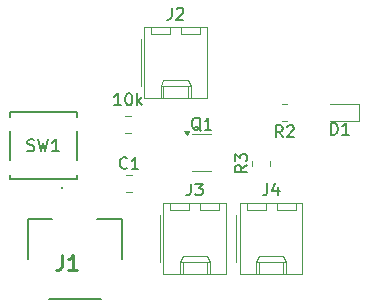
<source format=gto>
G04 #@! TF.GenerationSoftware,KiCad,Pcbnew,8.0.0*
G04 #@! TF.CreationDate,2024-04-02T11:58:19-05:00*
G04 #@! TF.ProjectId,Haptic Feeback board,48617074-6963-4204-9665-656261636b20,rev?*
G04 #@! TF.SameCoordinates,Original*
G04 #@! TF.FileFunction,Legend,Top*
G04 #@! TF.FilePolarity,Positive*
%FSLAX46Y46*%
G04 Gerber Fmt 4.6, Leading zero omitted, Abs format (unit mm)*
G04 Created by KiCad (PCBNEW 8.0.0) date 2024-04-02 11:58:19*
%MOMM*%
%LPD*%
G01*
G04 APERTURE LIST*
%ADD10C,0.150000*%
%ADD11C,0.254000*%
%ADD12C,0.120000*%
%ADD13C,0.152400*%
%ADD14C,0.200000*%
G04 APERTURE END LIST*
D10*
X148304819Y-96166666D02*
X147828628Y-96499999D01*
X148304819Y-96738094D02*
X147304819Y-96738094D01*
X147304819Y-96738094D02*
X147304819Y-96357142D01*
X147304819Y-96357142D02*
X147352438Y-96261904D01*
X147352438Y-96261904D02*
X147400057Y-96214285D01*
X147400057Y-96214285D02*
X147495295Y-96166666D01*
X147495295Y-96166666D02*
X147638152Y-96166666D01*
X147638152Y-96166666D02*
X147733390Y-96214285D01*
X147733390Y-96214285D02*
X147781009Y-96261904D01*
X147781009Y-96261904D02*
X147828628Y-96357142D01*
X147828628Y-96357142D02*
X147828628Y-96738094D01*
X147304819Y-95833332D02*
X147304819Y-95214285D01*
X147304819Y-95214285D02*
X147685771Y-95547618D01*
X147685771Y-95547618D02*
X147685771Y-95404761D01*
X147685771Y-95404761D02*
X147733390Y-95309523D01*
X147733390Y-95309523D02*
X147781009Y-95261904D01*
X147781009Y-95261904D02*
X147876247Y-95214285D01*
X147876247Y-95214285D02*
X148114342Y-95214285D01*
X148114342Y-95214285D02*
X148209580Y-95261904D01*
X148209580Y-95261904D02*
X148257200Y-95309523D01*
X148257200Y-95309523D02*
X148304819Y-95404761D01*
X148304819Y-95404761D02*
X148304819Y-95690475D01*
X148304819Y-95690475D02*
X148257200Y-95785713D01*
X148257200Y-95785713D02*
X148209580Y-95833332D01*
X129725318Y-94924801D02*
X129868175Y-94972420D01*
X129868175Y-94972420D02*
X130106270Y-94972420D01*
X130106270Y-94972420D02*
X130201508Y-94924801D01*
X130201508Y-94924801D02*
X130249127Y-94877181D01*
X130249127Y-94877181D02*
X130296746Y-94781943D01*
X130296746Y-94781943D02*
X130296746Y-94686705D01*
X130296746Y-94686705D02*
X130249127Y-94591467D01*
X130249127Y-94591467D02*
X130201508Y-94543848D01*
X130201508Y-94543848D02*
X130106270Y-94496229D01*
X130106270Y-94496229D02*
X129915794Y-94448610D01*
X129915794Y-94448610D02*
X129820556Y-94400991D01*
X129820556Y-94400991D02*
X129772937Y-94353372D01*
X129772937Y-94353372D02*
X129725318Y-94258134D01*
X129725318Y-94258134D02*
X129725318Y-94162896D01*
X129725318Y-94162896D02*
X129772937Y-94067658D01*
X129772937Y-94067658D02*
X129820556Y-94020039D01*
X129820556Y-94020039D02*
X129915794Y-93972420D01*
X129915794Y-93972420D02*
X130153889Y-93972420D01*
X130153889Y-93972420D02*
X130296746Y-94020039D01*
X130630080Y-93972420D02*
X130868175Y-94972420D01*
X130868175Y-94972420D02*
X131058651Y-94258134D01*
X131058651Y-94258134D02*
X131249127Y-94972420D01*
X131249127Y-94972420D02*
X131487223Y-93972420D01*
X132391984Y-94972420D02*
X131820556Y-94972420D01*
X132106270Y-94972420D02*
X132106270Y-93972420D01*
X132106270Y-93972420D02*
X132011032Y-94115277D01*
X132011032Y-94115277D02*
X131915794Y-94210515D01*
X131915794Y-94210515D02*
X131820556Y-94258134D01*
X143557666Y-97722219D02*
X143557666Y-98436504D01*
X143557666Y-98436504D02*
X143510047Y-98579361D01*
X143510047Y-98579361D02*
X143414809Y-98674600D01*
X143414809Y-98674600D02*
X143271952Y-98722219D01*
X143271952Y-98722219D02*
X143176714Y-98722219D01*
X143938619Y-97722219D02*
X144557666Y-97722219D01*
X144557666Y-97722219D02*
X144224333Y-98103171D01*
X144224333Y-98103171D02*
X144367190Y-98103171D01*
X144367190Y-98103171D02*
X144462428Y-98150790D01*
X144462428Y-98150790D02*
X144510047Y-98198409D01*
X144510047Y-98198409D02*
X144557666Y-98293647D01*
X144557666Y-98293647D02*
X144557666Y-98531742D01*
X144557666Y-98531742D02*
X144510047Y-98626980D01*
X144510047Y-98626980D02*
X144462428Y-98674600D01*
X144462428Y-98674600D02*
X144367190Y-98722219D01*
X144367190Y-98722219D02*
X144081476Y-98722219D01*
X144081476Y-98722219D02*
X143986238Y-98674600D01*
X143986238Y-98674600D02*
X143938619Y-98626980D01*
X138161733Y-96393380D02*
X138114114Y-96441000D01*
X138114114Y-96441000D02*
X137971257Y-96488619D01*
X137971257Y-96488619D02*
X137876019Y-96488619D01*
X137876019Y-96488619D02*
X137733162Y-96441000D01*
X137733162Y-96441000D02*
X137637924Y-96345761D01*
X137637924Y-96345761D02*
X137590305Y-96250523D01*
X137590305Y-96250523D02*
X137542686Y-96060047D01*
X137542686Y-96060047D02*
X137542686Y-95917190D01*
X137542686Y-95917190D02*
X137590305Y-95726714D01*
X137590305Y-95726714D02*
X137637924Y-95631476D01*
X137637924Y-95631476D02*
X137733162Y-95536238D01*
X137733162Y-95536238D02*
X137876019Y-95488619D01*
X137876019Y-95488619D02*
X137971257Y-95488619D01*
X137971257Y-95488619D02*
X138114114Y-95536238D01*
X138114114Y-95536238D02*
X138161733Y-95583857D01*
X139114114Y-96488619D02*
X138542686Y-96488619D01*
X138828400Y-96488619D02*
X138828400Y-95488619D01*
X138828400Y-95488619D02*
X138733162Y-95631476D01*
X138733162Y-95631476D02*
X138637924Y-95726714D01*
X138637924Y-95726714D02*
X138542686Y-95774333D01*
X155426905Y-93578819D02*
X155426905Y-92578819D01*
X155426905Y-92578819D02*
X155665000Y-92578819D01*
X155665000Y-92578819D02*
X155807857Y-92626438D01*
X155807857Y-92626438D02*
X155903095Y-92721676D01*
X155903095Y-92721676D02*
X155950714Y-92816914D01*
X155950714Y-92816914D02*
X155998333Y-93007390D01*
X155998333Y-93007390D02*
X155998333Y-93150247D01*
X155998333Y-93150247D02*
X155950714Y-93340723D01*
X155950714Y-93340723D02*
X155903095Y-93435961D01*
X155903095Y-93435961D02*
X155807857Y-93531200D01*
X155807857Y-93531200D02*
X155665000Y-93578819D01*
X155665000Y-93578819D02*
X155426905Y-93578819D01*
X156950714Y-93578819D02*
X156379286Y-93578819D01*
X156665000Y-93578819D02*
X156665000Y-92578819D01*
X156665000Y-92578819D02*
X156569762Y-92721676D01*
X156569762Y-92721676D02*
X156474524Y-92816914D01*
X156474524Y-92816914D02*
X156379286Y-92864533D01*
X150034666Y-97696819D02*
X150034666Y-98411104D01*
X150034666Y-98411104D02*
X149987047Y-98553961D01*
X149987047Y-98553961D02*
X149891809Y-98649200D01*
X149891809Y-98649200D02*
X149748952Y-98696819D01*
X149748952Y-98696819D02*
X149653714Y-98696819D01*
X150939428Y-98030152D02*
X150939428Y-98696819D01*
X150701333Y-97649200D02*
X150463238Y-98363485D01*
X150463238Y-98363485D02*
X151082285Y-98363485D01*
X141932066Y-82832419D02*
X141932066Y-83546704D01*
X141932066Y-83546704D02*
X141884447Y-83689561D01*
X141884447Y-83689561D02*
X141789209Y-83784800D01*
X141789209Y-83784800D02*
X141646352Y-83832419D01*
X141646352Y-83832419D02*
X141551114Y-83832419D01*
X142360638Y-82927657D02*
X142408257Y-82880038D01*
X142408257Y-82880038D02*
X142503495Y-82832419D01*
X142503495Y-82832419D02*
X142741590Y-82832419D01*
X142741590Y-82832419D02*
X142836828Y-82880038D01*
X142836828Y-82880038D02*
X142884447Y-82927657D01*
X142884447Y-82927657D02*
X142932066Y-83022895D01*
X142932066Y-83022895D02*
X142932066Y-83118133D01*
X142932066Y-83118133D02*
X142884447Y-83260990D01*
X142884447Y-83260990D02*
X142313019Y-83832419D01*
X142313019Y-83832419D02*
X142932066Y-83832419D01*
D11*
X132661667Y-103783918D02*
X132661667Y-104691061D01*
X132661667Y-104691061D02*
X132601190Y-104872489D01*
X132601190Y-104872489D02*
X132480238Y-104993442D01*
X132480238Y-104993442D02*
X132298809Y-105053918D01*
X132298809Y-105053918D02*
X132177857Y-105053918D01*
X133931667Y-105053918D02*
X133205952Y-105053918D01*
X133568809Y-105053918D02*
X133568809Y-103783918D01*
X133568809Y-103783918D02*
X133447857Y-103965346D01*
X133447857Y-103965346D02*
X133326905Y-104086299D01*
X133326905Y-104086299D02*
X133205952Y-104146775D01*
D10*
X151344333Y-93798819D02*
X151011000Y-93322628D01*
X150772905Y-93798819D02*
X150772905Y-92798819D01*
X150772905Y-92798819D02*
X151153857Y-92798819D01*
X151153857Y-92798819D02*
X151249095Y-92846438D01*
X151249095Y-92846438D02*
X151296714Y-92894057D01*
X151296714Y-92894057D02*
X151344333Y-92989295D01*
X151344333Y-92989295D02*
X151344333Y-93132152D01*
X151344333Y-93132152D02*
X151296714Y-93227390D01*
X151296714Y-93227390D02*
X151249095Y-93275009D01*
X151249095Y-93275009D02*
X151153857Y-93322628D01*
X151153857Y-93322628D02*
X150772905Y-93322628D01*
X151725286Y-92894057D02*
X151772905Y-92846438D01*
X151772905Y-92846438D02*
X151868143Y-92798819D01*
X151868143Y-92798819D02*
X152106238Y-92798819D01*
X152106238Y-92798819D02*
X152201476Y-92846438D01*
X152201476Y-92846438D02*
X152249095Y-92894057D01*
X152249095Y-92894057D02*
X152296714Y-92989295D01*
X152296714Y-92989295D02*
X152296714Y-93084533D01*
X152296714Y-93084533D02*
X152249095Y-93227390D01*
X152249095Y-93227390D02*
X151677667Y-93798819D01*
X151677667Y-93798819D02*
X152296714Y-93798819D01*
X144407661Y-93247657D02*
X144312423Y-93200038D01*
X144312423Y-93200038D02*
X144217185Y-93104800D01*
X144217185Y-93104800D02*
X144074328Y-92961942D01*
X144074328Y-92961942D02*
X143979090Y-92914323D01*
X143979090Y-92914323D02*
X143883852Y-92914323D01*
X143931471Y-93152419D02*
X143836233Y-93104800D01*
X143836233Y-93104800D02*
X143740995Y-93009561D01*
X143740995Y-93009561D02*
X143693376Y-92819085D01*
X143693376Y-92819085D02*
X143693376Y-92485752D01*
X143693376Y-92485752D02*
X143740995Y-92295276D01*
X143740995Y-92295276D02*
X143836233Y-92200038D01*
X143836233Y-92200038D02*
X143931471Y-92152419D01*
X143931471Y-92152419D02*
X144121947Y-92152419D01*
X144121947Y-92152419D02*
X144217185Y-92200038D01*
X144217185Y-92200038D02*
X144312423Y-92295276D01*
X144312423Y-92295276D02*
X144360042Y-92485752D01*
X144360042Y-92485752D02*
X144360042Y-92819085D01*
X144360042Y-92819085D02*
X144312423Y-93009561D01*
X144312423Y-93009561D02*
X144217185Y-93104800D01*
X144217185Y-93104800D02*
X144121947Y-93152419D01*
X144121947Y-93152419D02*
X143931471Y-93152419D01*
X145312423Y-93152419D02*
X144740995Y-93152419D01*
X145026709Y-93152419D02*
X145026709Y-92152419D01*
X145026709Y-92152419D02*
X144931471Y-92295276D01*
X144931471Y-92295276D02*
X144836233Y-92390514D01*
X144836233Y-92390514D02*
X144740995Y-92438133D01*
X137647561Y-91082019D02*
X137076133Y-91082019D01*
X137361847Y-91082019D02*
X137361847Y-90082019D01*
X137361847Y-90082019D02*
X137266609Y-90224876D01*
X137266609Y-90224876D02*
X137171371Y-90320114D01*
X137171371Y-90320114D02*
X137076133Y-90367733D01*
X138266609Y-90082019D02*
X138361847Y-90082019D01*
X138361847Y-90082019D02*
X138457085Y-90129638D01*
X138457085Y-90129638D02*
X138504704Y-90177257D01*
X138504704Y-90177257D02*
X138552323Y-90272495D01*
X138552323Y-90272495D02*
X138599942Y-90462971D01*
X138599942Y-90462971D02*
X138599942Y-90701066D01*
X138599942Y-90701066D02*
X138552323Y-90891542D01*
X138552323Y-90891542D02*
X138504704Y-90986780D01*
X138504704Y-90986780D02*
X138457085Y-91034400D01*
X138457085Y-91034400D02*
X138361847Y-91082019D01*
X138361847Y-91082019D02*
X138266609Y-91082019D01*
X138266609Y-91082019D02*
X138171371Y-91034400D01*
X138171371Y-91034400D02*
X138123752Y-90986780D01*
X138123752Y-90986780D02*
X138076133Y-90891542D01*
X138076133Y-90891542D02*
X138028514Y-90701066D01*
X138028514Y-90701066D02*
X138028514Y-90462971D01*
X138028514Y-90462971D02*
X138076133Y-90272495D01*
X138076133Y-90272495D02*
X138123752Y-90177257D01*
X138123752Y-90177257D02*
X138171371Y-90129638D01*
X138171371Y-90129638D02*
X138266609Y-90082019D01*
X139028514Y-91082019D02*
X139028514Y-90082019D01*
X139123752Y-90701066D02*
X139409466Y-91082019D01*
X139409466Y-90415352D02*
X139028514Y-90796304D01*
D12*
G04 #@! TO.C,R3*
X148765000Y-96227064D02*
X148765000Y-95772936D01*
X150235000Y-96227064D02*
X150235000Y-95772936D01*
D13*
G04 #@! TO.C,SW1*
X128226551Y-91685501D02*
X128226551Y-92055462D01*
X128226551Y-93279742D02*
X128226551Y-95755460D01*
X128226551Y-96979740D02*
X128226551Y-97349701D01*
X128226551Y-97349701D02*
X133890751Y-97349701D01*
X133890751Y-91685501D02*
X128226551Y-91685501D01*
X133890751Y-92055462D02*
X133890751Y-91685501D01*
X133890751Y-95755460D02*
X133890751Y-93279742D01*
X133890751Y-97349701D02*
X133890751Y-96979740D01*
D12*
G04 #@! TO.C,J3*
X140951000Y-100387400D02*
X140951000Y-104387400D01*
X141241000Y-99357400D02*
X141241000Y-105377400D01*
X141241000Y-105377400D02*
X146541000Y-105377400D01*
X141821000Y-99357400D02*
X141821000Y-99957400D01*
X141821000Y-99957400D02*
X143421000Y-99957400D01*
X142621000Y-104377400D02*
X142871000Y-103847400D01*
X142621000Y-104377400D02*
X145161000Y-104377400D01*
X142621000Y-105377400D02*
X142621000Y-104377400D01*
X142871000Y-103847400D02*
X144911000Y-103847400D01*
X142871000Y-105377400D02*
X142871000Y-104377400D01*
X143421000Y-99957400D02*
X143421000Y-99357400D01*
X144361000Y-99357400D02*
X144361000Y-99957400D01*
X144361000Y-99957400D02*
X145961000Y-99957400D01*
X144911000Y-103847400D02*
X145161000Y-104377400D01*
X144911000Y-105377400D02*
X144911000Y-104377400D01*
X145161000Y-104377400D02*
X145161000Y-105377400D01*
X145961000Y-99957400D02*
X145961000Y-99357400D01*
X146541000Y-99357400D02*
X141241000Y-99357400D01*
X146541000Y-105377400D02*
X146541000Y-99357400D01*
G04 #@! TO.C,C1*
X138067148Y-96978800D02*
X138589652Y-96978800D01*
X138067148Y-98448800D02*
X138589652Y-98448800D01*
G04 #@! TO.C,D1*
X155365000Y-92429000D02*
X157825000Y-92429000D01*
X157825000Y-90959000D02*
X155365000Y-90959000D01*
X157825000Y-92429000D02*
X157825000Y-90959000D01*
G04 #@! TO.C,J4*
X147428000Y-100362000D02*
X147428000Y-104362000D01*
X147718000Y-99332000D02*
X147718000Y-105352000D01*
X147718000Y-105352000D02*
X153018000Y-105352000D01*
X148298000Y-99332000D02*
X148298000Y-99932000D01*
X148298000Y-99932000D02*
X149898000Y-99932000D01*
X149098000Y-104352000D02*
X149348000Y-103822000D01*
X149098000Y-104352000D02*
X151638000Y-104352000D01*
X149098000Y-105352000D02*
X149098000Y-104352000D01*
X149348000Y-103822000D02*
X151388000Y-103822000D01*
X149348000Y-105352000D02*
X149348000Y-104352000D01*
X149898000Y-99932000D02*
X149898000Y-99332000D01*
X150838000Y-99332000D02*
X150838000Y-99932000D01*
X150838000Y-99932000D02*
X152438000Y-99932000D01*
X151388000Y-103822000D02*
X151638000Y-104352000D01*
X151388000Y-105352000D02*
X151388000Y-104352000D01*
X151638000Y-104352000D02*
X151638000Y-105352000D01*
X152438000Y-99932000D02*
X152438000Y-99332000D01*
X153018000Y-99332000D02*
X147718000Y-99332000D01*
X153018000Y-105352000D02*
X153018000Y-99332000D01*
G04 #@! TO.C,J2*
X139325400Y-85497600D02*
X139325400Y-89497600D01*
X139615400Y-84467600D02*
X139615400Y-90487600D01*
X139615400Y-90487600D02*
X144915400Y-90487600D01*
X140195400Y-84467600D02*
X140195400Y-85067600D01*
X140195400Y-85067600D02*
X141795400Y-85067600D01*
X140995400Y-89487600D02*
X141245400Y-88957600D01*
X140995400Y-89487600D02*
X143535400Y-89487600D01*
X140995400Y-90487600D02*
X140995400Y-89487600D01*
X141245400Y-88957600D02*
X143285400Y-88957600D01*
X141245400Y-90487600D02*
X141245400Y-89487600D01*
X141795400Y-85067600D02*
X141795400Y-84467600D01*
X142735400Y-84467600D02*
X142735400Y-85067600D01*
X142735400Y-85067600D02*
X144335400Y-85067600D01*
X143285400Y-88957600D02*
X143535400Y-89487600D01*
X143285400Y-90487600D02*
X143285400Y-89487600D01*
X143535400Y-89487600D02*
X143535400Y-90487600D01*
X144335400Y-85067600D02*
X144335400Y-84467600D01*
X144915400Y-84467600D02*
X139615400Y-84467600D01*
X144915400Y-90487600D02*
X144915400Y-84467600D01*
D14*
G04 #@! TO.C,J1*
X129797000Y-100685600D02*
X129797000Y-104110600D01*
X129797000Y-100685600D02*
X131847000Y-100685600D01*
X131551000Y-107534600D02*
X135943000Y-107534600D01*
X137697000Y-100685600D02*
X135647000Y-100685600D01*
X137697000Y-100685600D02*
X137697000Y-104110600D01*
X132730000Y-98103600D02*
G75*
G02*
X132626000Y-98103600I-52000J0D01*
G01*
X132626000Y-98103600D02*
G75*
G02*
X132730000Y-98103600I52000J0D01*
G01*
D12*
G04 #@! TO.C,R2*
X151738064Y-90959000D02*
X151283936Y-90959000D01*
X151738064Y-92429000D02*
X151283936Y-92429000D01*
G04 #@! TO.C,Q1*
X144502900Y-93537600D02*
X143702900Y-93537600D01*
X144502900Y-93537600D02*
X145302900Y-93537600D01*
X144502900Y-96657600D02*
X143702900Y-96657600D01*
X144502900Y-96657600D02*
X145302900Y-96657600D01*
X143202900Y-93587600D02*
X142962900Y-93257600D01*
X143442900Y-93257600D01*
X143202900Y-93587600D01*
G36*
X143202900Y-93587600D02*
G01*
X142962900Y-93257600D01*
X143442900Y-93257600D01*
X143202900Y-93587600D01*
G37*
G04 #@! TO.C,R1*
X138015736Y-92000400D02*
X138469864Y-92000400D01*
X138015736Y-93470400D02*
X138469864Y-93470400D01*
G04 #@! TD*
M02*

</source>
